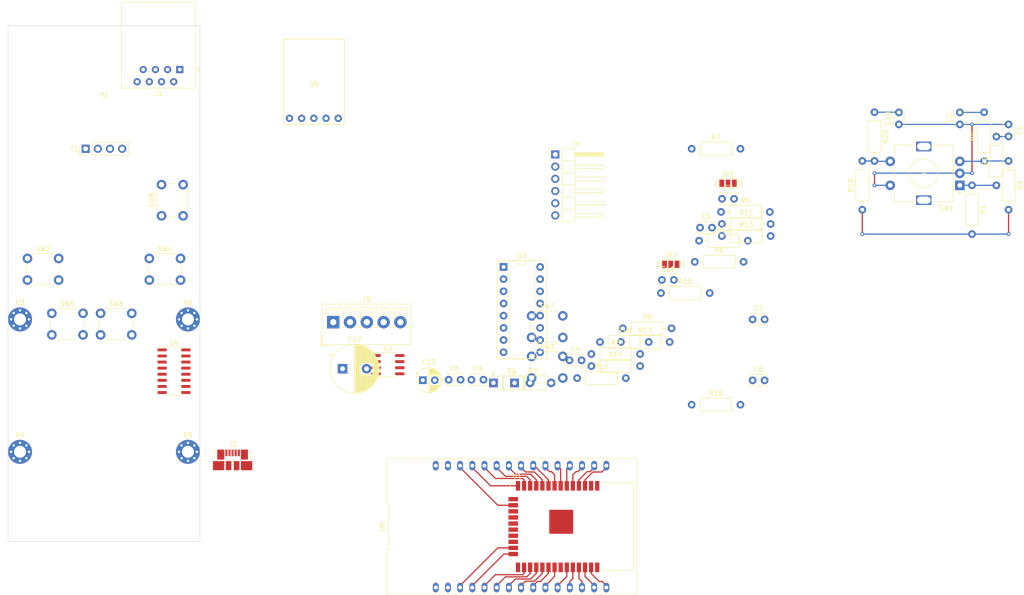
<source format=kicad_pcb>
(kicad_pcb (version 20171130) (host pcbnew "(5.1.2)-1")
  (layers (0 F.Cu signal) (31 B.Cu signal) (34 B.Paste user) (35 F.Paste user) (36 B.SilkS user) (37 F.SilkS user) (38 B.Mask user) (39 F.Mask user) (44 Edge.Cuts user))
  (net 0 "")
  (net 1 GND)
  (net 2 /Encoder_A)
  (net 3 /EncoderB)
  (net 4 /F0)
  (net 5 /F1)
  (net 6 /F2)
  (net 7 /F3)
  (net 8 /F4)
  (net 9 /Shift)
  (net 10 /Stop)
  (net 11 /Encoder_Button)
  (net 12 /EN)
  (net 13 VCC)
  (net 14 /VinCommon)
  (net 15 /VinCAN)
  (net 16 /VinUsb)
  (net 17 /CANH)
  (net 18 /CANL)
  (net 19 "Net-(J2-Pad1)")
  (net 20 "Net-(J2-Pad2)")
  (net 21 /I2C_SDA)
  (net 22 /I2C_SCL)
  (net 23 /USB-)
  (net 24 /USB+)
  (net 25 /S88_DATA)
  (net 26 /S88_CLOCK)
  (net 27 /S88_PS)
  (net 28 /S88_RESET)
  (net 29 "Net-(R1-Pad1)")
  (net 30 "Net-(R3-Pad1)")
  (net 31 "Net-(R5-Pad1)")
  (net 32 "Net-(R7-Pad1)")
  (net 33 "Net-(R10-Pad1)")
  (net 34 "Net-(R11-Pad1)")
  (net 35 "Net-(R13-Pad1)")
  (net 36 "Net-(R15-Pad1)")
  (net 37 "Net-(R17-Pad1)")
  (net 38 "Net-(R19-Pad2)")
  (net 39 /S88_CLOCK_UC)
  (net 40 /S88_PS_UC)
  (net 41 /S88_RESET_UC)
  (net 42 /GPIO0)
  (net 43 /CANRx)
  (net 44 /CANTx)
  (net 45 /BOARD_RX0)
  (net 46 /BOARD_TX0)
  (net 47 /VP)
  (net 48 /VN)
  (net 49 /IO25)
  (net 50 /IO2)
  (net 51 /IO23)
  (module MountingHole:MountingHole_3.2mm_M3 (layer F.Cu) (at 35 33.5)
    (fp_text reference H1 (at 0 -4.2) (layer F.SilkS))
    (fp_text value "Case Screw")
    (pad 1 np_thru_hole circle (at 0 0) (size 3.2 3.2) (drill 3.2) (layers *.Cu *.Mask))
  )
  (module MountingHole:MountingHole_2.5mm_Pad_Via (layer F.Cu) (at 17.5 76.2)
    (fp_text reference H3 (at 0 -3.5) (layer F.SilkS))
    (fp_text value "PCB Screw")
    (pad 1 thru_hole circle (at 1.325825 -1.325825) (size 0.8 0.8) (drill 0.5) (layers *.Cu *.Mask) (net 1 GND))
    (pad 1 thru_hole circle (at 0 -1.875) (size 0.8 0.8) (drill 0.5) (layers *.Cu *.Mask) (net 1 GND))
    (pad 1 thru_hole circle (at -1.325825 -1.325825) (size 0.8 0.8) (drill 0.5) (layers *.Cu *.Mask) (net 1 GND))
    (pad 1 thru_hole circle (at -1.875 0) (size 0.8 0.8) (drill 0.5) (layers *.Cu *.Mask) (net 1 GND))
    (pad 1 thru_hole circle (at -1.325825 1.325825) (size 0.8 0.8) (drill 0.5) (layers *.Cu *.Mask) (net 1 GND))
    (pad 1 thru_hole circle (at 0 1.875) (size 0.8 0.8) (drill 0.5) (layers *.Cu *.Mask) (net 1 GND))
    (pad 1 thru_hole circle (at 1.325825 1.325825) (size 0.8 0.8) (drill 0.5) (layers *.Cu *.Mask) (net 1 GND))
    (pad 1 thru_hole circle (at 1.875 0) (size 0.8 0.8) (drill 0.5) (layers *.Cu *.Mask) (net 1 GND))
    (pad 1 thru_hole circle (at 0 0) (size 5 5) (drill 2.5) (layers *.Cu *.Mask) (net 1 GND))
  )
  (module MountingHole:MountingHole_2.5mm_Pad_Via (layer F.Cu) (at 17.5 103.8)
    (fp_text reference H4 (at 0 -3.5) (layer F.SilkS))
    (fp_text value "PCB Screw")
    (pad 1 thru_hole circle (at 0 0) (size 5 5) (drill 2.5) (layers *.Cu *.Mask) (net 1 GND))
    (pad 1 thru_hole circle (at 1.875 0) (size 0.8 0.8) (drill 0.5) (layers *.Cu *.Mask) (net 1 GND))
    (pad 1 thru_hole circle (at 1.325825 1.325825) (size 0.8 0.8) (drill 0.5) (layers *.Cu *.Mask) (net 1 GND))
    (pad 1 thru_hole circle (at 0 1.875) (size 0.8 0.8) (drill 0.5) (layers *.Cu *.Mask) (net 1 GND))
    (pad 1 thru_hole circle (at -1.325825 1.325825) (size 0.8 0.8) (drill 0.5) (layers *.Cu *.Mask) (net 1 GND))
    (pad 1 thru_hole circle (at -1.875 0) (size 0.8 0.8) (drill 0.5) (layers *.Cu *.Mask) (net 1 GND))
    (pad 1 thru_hole circle (at -1.325825 -1.325825) (size 0.8 0.8) (drill 0.5) (layers *.Cu *.Mask) (net 1 GND))
    (pad 1 thru_hole circle (at 0 -1.875) (size 0.8 0.8) (drill 0.5) (layers *.Cu *.Mask) (net 1 GND))
    (pad 1 thru_hole circle (at 1.325825 -1.325825) (size 0.8 0.8) (drill 0.5) (layers *.Cu *.Mask) (net 1 GND))
  )
  (module MountingHole:MountingHole_2.5mm_Pad_Via (layer F.Cu) (at 52.5 103.8)
    (fp_text reference H5 (at 0 -3.5) (layer F.SilkS))
    (fp_text value "PCB Screw")
    (pad 1 thru_hole circle (at 1.325825 -1.325825) (size 0.8 0.8) (drill 0.5) (layers *.Cu *.Mask) (net 1 GND))
    (pad 1 thru_hole circle (at 0 -1.875) (size 0.8 0.8) (drill 0.5) (layers *.Cu *.Mask) (net 1 GND))
    (pad 1 thru_hole circle (at -1.325825 -1.325825) (size 0.8 0.8) (drill 0.5) (layers *.Cu *.Mask) (net 1 GND))
    (pad 1 thru_hole circle (at -1.875 0) (size 0.8 0.8) (drill 0.5) (layers *.Cu *.Mask) (net 1 GND))
    (pad 1 thru_hole circle (at -1.325825 1.325825) (size 0.8 0.8) (drill 0.5) (layers *.Cu *.Mask) (net 1 GND))
    (pad 1 thru_hole circle (at 0 1.875) (size 0.8 0.8) (drill 0.5) (layers *.Cu *.Mask) (net 1 GND))
    (pad 1 thru_hole circle (at 1.325825 1.325825) (size 0.8 0.8) (drill 0.5) (layers *.Cu *.Mask) (net 1 GND))
    (pad 1 thru_hole circle (at 1.875 0) (size 0.8 0.8) (drill 0.5) (layers *.Cu *.Mask) (net 1 GND))
    (pad 1 thru_hole circle (at 0 0) (size 5 5) (drill 2.5) (layers *.Cu *.Mask) (net 1 GND))
  )
  (module MountingHole:MountingHole_2.5mm_Pad_Via (layer F.Cu) (at 52.5 76.2)
    (fp_text reference H6 (at 0 -3.5) (layer F.SilkS))
    (fp_text value "PCB Screw")
    (pad 1 thru_hole circle (at 0 0) (size 5 5) (drill 2.5) (layers *.Cu *.Mask) (net 1 GND))
    (pad 1 thru_hole circle (at 1.875 0) (size 0.8 0.8) (drill 0.5) (layers *.Cu *.Mask) (net 1 GND))
    (pad 1 thru_hole circle (at 1.325825 1.325825) (size 0.8 0.8) (drill 0.5) (layers *.Cu *.Mask) (net 1 GND))
    (pad 1 thru_hole circle (at 0 1.875) (size 0.8 0.8) (drill 0.5) (layers *.Cu *.Mask) (net 1 GND))
    (pad 1 thru_hole circle (at -1.325825 1.325825) (size 0.8 0.8) (drill 0.5) (layers *.Cu *.Mask) (net 1 GND))
    (pad 1 thru_hole circle (at -1.875 0) (size 0.8 0.8) (drill 0.5) (layers *.Cu *.Mask) (net 1 GND))
    (pad 1 thru_hole circle (at -1.325825 -1.325825) (size 0.8 0.8) (drill 0.5) (layers *.Cu *.Mask) (net 1 GND))
    (pad 1 thru_hole circle (at 0 -1.875) (size 0.8 0.8) (drill 0.5) (layers *.Cu *.Mask) (net 1 GND))
    (pad 1 thru_hole circle (at 1.325825 -1.325825) (size 0.8 0.8) (drill 0.5) (layers *.Cu *.Mask) (net 1 GND))
  )
  (module Connector_RJ:RJ45_Amphenol_54602-x08_Horizontal (layer F.Cu) (at 50.8 24.13 180)
    (fp_text reference J1 (at 4.445 -5) (layer F.SilkS))
    (fp_text value 8P8C)
    (pad "" np_thru_hole circle (at 10.16 6.35 180) (size 3.2 3.2) (drill 3.2) (layers *.Cu *.Mask))
    (pad "" np_thru_hole circle (at -1.27 6.35 180) (size 3.2 3.2) (drill 3.2) (layers *.Cu *.Mask))
    (pad 1 thru_hole rect (at 0 0 180) (size 1.5 1.5) (drill 0.76) (layers *.Cu *.Mask) (net 17 /CANH))
    (pad 2 thru_hole circle (at 1.27 -2.54 180) (size 1.5 1.5) (drill 0.76) (layers *.Cu *.Mask) (net 18 /CANL))
    (pad 3 thru_hole circle (at 2.54 0 180) (size 1.5 1.5) (drill 0.76) (layers *.Cu *.Mask) (net 15 /VinCAN))
    (pad 4 thru_hole circle (at 3.81 -2.54 180) (size 1.5 1.5) (drill 0.76) (layers *.Cu *.Mask) (net 15 /VinCAN))
    (pad 5 thru_hole circle (at 5.08 0 180) (size 1.5 1.5) (drill 0.76) (layers *.Cu *.Mask) (net 1 GND))
    (pad 6 thru_hole circle (at 6.35 -2.54 180) (size 1.5 1.5) (drill 0.76) (layers *.Cu *.Mask) (net 1 GND))
    (pad 7 thru_hole circle (at 7.62 0 180) (size 1.5 1.5) (drill 0.76) (layers *.Cu *.Mask))
    (pad 8 thru_hole circle (at 8.89 -2.54 180) (size 1.5 1.5) (drill 0.76) (layers *.Cu *.Mask))
  )
  (module Connector_PinHeader_2.54mm:PinHeader_1x04_P2.54mm_Vertical (layer F.Cu) (at 31.17 40.64 90)
    (fp_text reference J2 (at 0 -2.33 90) (layer F.SilkS))
    (fp_text value "LCD Header")
    (pad 1 thru_hole rect (at 0 0 90) (size 1.7 1.7) (drill 1) (layers *.Cu *.Mask) (net 19 "Net-(J2-Pad1)"))
    (pad 2 thru_hole oval (at 0 2.54 90) (size 1.7 1.7) (drill 1) (layers *.Cu *.Mask) (net 20 "Net-(J2-Pad2)"))
    (pad 3 thru_hole oval (at 0 5.08 90) (size 1.7 1.7) (drill 1) (layers *.Cu *.Mask) (net 21 /I2C_SDA))
    (pad 4 thru_hole oval (at 0 7.62 90) (size 1.7 1.7) (drill 1) (layers *.Cu *.Mask) (net 22 /I2C_SCL))
  )
  (module Connector_USB:USB_Micro-B_Molex_47346-0001 (layer F.Cu) (at 61.8 105.48)
    (fp_text reference J3 (at 0 -3.3 180) (layer F.SilkS))
    (fp_text value USB_B_Micro)
    (pad 1 smd rect (at -1.3 -1.46) (size 0.45 1.38) (layers F.Cu F.Paste F.Mask) (net 16 /VinUsb))
    (pad 2 smd rect (at -0.65 -1.46) (size 0.45 1.38) (layers F.Cu F.Paste F.Mask) (net 23 /USB-))
    (pad 3 smd rect (at 0 -1.46) (size 0.45 1.38) (layers F.Cu F.Paste F.Mask) (net 24 /USB+))
    (pad 4 smd rect (at 0.65 -1.46) (size 0.45 1.38) (layers F.Cu F.Paste F.Mask))
    (pad 5 smd rect (at 1.3 -1.46) (size 0.45 1.38) (layers F.Cu F.Paste F.Mask) (net 1 GND))
    (pad 6 smd rect (at -2.4625 -1.1) (size 1.475 2.1) (layers F.Cu F.Paste F.Mask) (net 1 GND))
    (pad 6 smd rect (at 2.4625 -1.1) (size 1.475 2.1) (layers F.Cu F.Paste F.Mask) (net 1 GND))
    (pad 6 smd rect (at -2.91 1.2) (size 2.375 1.9) (layers F.Cu F.Paste F.Mask) (net 1 GND))
    (pad 6 smd rect (at 2.91 1.2) (size 2.375 1.9) (layers F.Cu F.Paste F.Mask) (net 1 GND))
    (pad 6 smd rect (at -0.84 1.2) (size 1.175 1.9) (layers F.Cu F.Paste F.Mask) (net 1 GND))
    (pad 6 smd rect (at 0.84 1.2) (size 1.175 1.9) (layers F.Cu F.Paste F.Mask) (net 1 GND))
  )
  (module Connector_PinHeader_2.54mm:PinHeader_1x06_P2.54mm_Horizontal (layer F.Cu) (at 129.055001 41.825001)
    (fp_text reference J4 (at 4.385 -2.27) (layer F.SilkS))
    (fp_text value S88)
    (pad 1 thru_hole rect (at 0 0) (size 1.7 1.7) (drill 1) (layers *.Cu *.Mask) (net 25 /S88_DATA))
    (pad 2 thru_hole oval (at 0 2.54) (size 1.7 1.7) (drill 1) (layers *.Cu *.Mask) (net 1 GND))
    (pad 3 thru_hole oval (at 0 5.08) (size 1.7 1.7) (drill 1) (layers *.Cu *.Mask) (net 26 /S88_CLOCK))
    (pad 4 thru_hole oval (at 0 7.62) (size 1.7 1.7) (drill 1) (layers *.Cu *.Mask) (net 27 /S88_PS))
    (pad 5 thru_hole oval (at 0 10.16) (size 1.7 1.7) (drill 1) (layers *.Cu *.Mask) (net 28 /S88_RESET))
    (pad 6 thru_hole oval (at 0 12.7) (size 1.7 1.7) (drill 1) (layers *.Cu *.Mask) (net 13 VCC))
  )
  (module TerminalBlock_4Ucon:TerminalBlock_4Ucon_1x05_P3.50mm_Vertical (layer F.Cu) (at 82.775001 76.775001)
    (fp_text reference J5 (at 7 -4.76) (layer F.SilkS))
    (fp_text value Screw_Terminal_01x05)
    (pad 1 thru_hole rect (at 0 0) (size 2.6 2.6) (drill 1.3) (layers *.Cu *.Mask) (net 13 VCC))
    (pad 2 thru_hole circle (at 3.5 0) (size 2.6 2.6) (drill 1.3) (layers *.Cu *.Mask) (net 1 GND))
    (pad 3 thru_hole circle (at 7 0) (size 2.6 2.6) (drill 1.3) (layers *.Cu *.Mask) (net 15 /VinCAN))
    (pad 4 thru_hole circle (at 10.5 0) (size 2.6 2.6) (drill 1.3) (layers *.Cu *.Mask) (net 18 /CANL))
    (pad 5 thru_hole circle (at 14 0) (size 2.6 2.6) (drill 1.3) (layers *.Cu *.Mask) (net 17 /CANH))
  )
  (module Jumper:SolderJumper-3_P1.3mm_Open_Pad1.0x1.5mm_NumberLabels (layer F.Cu) (at 165.055001 47.825001)
    (fp_text reference JP1 (at 0 -1.8) (layer F.SilkS))
    (fp_text value PIN1)
    (fp_text user 1 (at -2.6 0) (layer F.SilkS))
    (fp_text user 3 (at 2.6 0) (layer F.SilkS))
    (pad 1 smd rect (at -1.3 0) (size 1 1.5) (layers F.Cu F.Mask) (net 13 VCC))
    (pad 2 smd rect (at 0 0) (size 1 1.5) (layers F.Cu F.Mask) (net 19 "Net-(J2-Pad1)"))
    (pad 3 smd rect (at 1.3 0) (size 1 1.5) (layers F.Cu F.Mask) (net 1 GND))
  )
  (module Jumper:SolderJumper-3_P1.3mm_Open_Pad1.0x1.5mm_NumberLabels (layer F.Cu) (at 153.125001 64.725001)
    (fp_text reference JP2 (at 0 -1.8) (layer F.SilkS))
    (fp_text value PIN2)
    (fp_text user 3 (at 2.6 0) (layer F.SilkS))
    (fp_text user 1 (at -2.6 0) (layer F.SilkS))
    (pad 3 smd rect (at 1.3 0) (size 1 1.5) (layers F.Cu F.Mask) (net 1 GND))
    (pad 2 smd rect (at 0 0) (size 1 1.5) (layers F.Cu F.Mask) (net 20 "Net-(J2-Pad2)"))
    (pad 1 smd rect (at -1.3 0) (size 1 1.5) (layers F.Cu F.Mask) (net 13 VCC))
  )
  (module Rotary_Encoder:RotaryEncoder_Alps_EC11E-Switch_Vertical_H20mm (layer F.Cu) (at 213.36 48.26 180)
    (fp_text reference SW1 (at 2.8 -4.7) (layer F.SilkS))
    (fp_text value Rotary_Encoder_Switch)
    (pad S1 thru_hole circle (at 14.5 5 180) (size 2 2) (drill 1) (layers *.Cu *.Mask) (net 38 "Net-(R19-Pad2)"))
    (pad S2 thru_hole circle (at 14.5 0 180) (size 2 2) (drill 1) (layers *.Cu *.Mask) (net 1 GND))
    (pad MP thru_hole rect (at 7.5 8.1 180) (size 3.2 2) (drill oval 2.8 1.5) (layers *.Cu *.Mask))
    (pad MP thru_hole rect (at 7.5 -3.1 180) (size 3.2 2) (drill oval 2.8 1.5) (layers *.Cu *.Mask))
    (pad B thru_hole circle (at 0 5 180) (size 2 2) (drill 1) (layers *.Cu *.Mask) (net 30 "Net-(R3-Pad1)"))
    (pad C thru_hole circle (at 0 2.5 180) (size 2 2) (drill 1) (layers *.Cu *.Mask) (net 1 GND))
    (pad A thru_hole rect (at 0 0 180) (size 2 2) (drill 1) (layers *.Cu *.Mask) (net 29 "Net-(R1-Pad1)"))
  )
  (module RF_Module:ESP32-WROOM-32 (layer F.Cu) (at 129.54 119.38 270)
    (fp_text reference U1 (at -10.61 8.43) (layer F.SilkS))
    (fp_text value ESP32-WROOM-32)
    (pad 39 smd rect (at -1 -0.755 270) (size 5 5) (layers F.Cu F.Paste F.Mask))
    (pad 1 smd rect (at -8.5 -8.255 270) (size 2 0.9) (layers F.Cu F.Paste F.Mask) (net 1 GND))
    (pad 2 smd rect (at -8.5 -6.985 270) (size 2 0.9) (layers F.Cu F.Paste F.Mask) (net 13 VCC))
    (pad 3 smd rect (at -8.5 -5.715 270) (size 2 0.9) (layers F.Cu F.Paste F.Mask) (net 12 /EN))
    (pad 4 smd rect (at -8.5 -4.445 270) (size 2 0.9) (layers F.Cu F.Paste F.Mask) (net 47 /VP))
    (pad 5 smd rect (at -8.5 -3.175 270) (size 2 0.9) (layers F.Cu F.Paste F.Mask) (net 48 /VN))
    (pad 6 smd rect (at -8.5 -1.905 270) (size 2 0.9) (layers F.Cu F.Paste F.Mask) (net 25 /S88_DATA))
    (pad 7 smd rect (at -8.5 -0.635 270) (size 2 0.9) (layers F.Cu F.Paste F.Mask) (net 39 /S88_CLOCK_UC))
    (pad 8 smd rect (at -8.5 0.635 270) (size 2 0.9) (layers F.Cu F.Paste F.Mask) (net 40 /S88_PS_UC))
    (pad 9 smd rect (at -8.5 1.905 270) (size 2 0.9) (layers F.Cu F.Paste F.Mask) (net 41 /S88_RESET_UC))
    (pad 10 smd rect (at -8.5 3.175 270) (size 2 0.9) (layers F.Cu F.Paste F.Mask) (net 49 /IO25))
    (pad 11 smd rect (at -8.5 4.445 270) (size 2 0.9) (layers F.Cu F.Paste F.Mask) (net 22 /I2C_SCL))
    (pad 12 smd rect (at -8.5 5.715 270) (size 2 0.9) (layers F.Cu F.Paste F.Mask) (net 21 /I2C_SDA))
    (pad 13 smd rect (at -8.5 6.985 270) (size 2 0.9) (layers F.Cu F.Paste F.Mask) (net 7 /F3))
    (pad 14 smd rect (at -8.5 8.255 270) (size 2 0.9) (layers F.Cu F.Paste F.Mask) (net 4 /F0))
    (pad 15 smd rect (at -5.715 9.255) (size 2 0.9) (layers F.Cu F.Paste F.Mask) (net 1 GND))
    (pad 16 smd rect (at -4.445 9.255) (size 2 0.9) (layers F.Cu F.Paste F.Mask) (net 5 /F1))
    (pad 17 smd rect (at -3.175 9.255) (size 2 0.9) (layers F.Cu F.Paste F.Mask))
    (pad 18 smd rect (at -1.905 9.255) (size 2 0.9) (layers F.Cu F.Paste F.Mask))
    (pad 19 smd rect (at -0.635 9.255) (size 2 0.9) (layers F.Cu F.Paste F.Mask))
    (pad 20 smd rect (at 0.635 9.255) (size 2 0.9) (layers F.Cu F.Paste F.Mask))
    (pad 21 smd rect (at 1.905 9.255) (size 2 0.9) (layers F.Cu F.Paste F.Mask))
    (pad 22 smd rect (at 3.175 9.255) (size 2 0.9) (layers F.Cu F.Paste F.Mask))
    (pad 23 smd rect (at 4.445 9.255) (size 2 0.9) (layers F.Cu F.Paste F.Mask) (net 6 /F2))
    (pad 24 smd rect (at 5.715 9.255) (size 2 0.9) (layers F.Cu F.Paste F.Mask) (net 50 /IO2))
    (pad 25 smd rect (at 8.5 8.255 270) (size 2 0.9) (layers F.Cu F.Paste F.Mask) (net 42 /GPIO0))
    (pad 26 smd rect (at 8.5 6.985 270) (size 2 0.9) (layers F.Cu F.Paste F.Mask) (net 43 /CANRx))
    (pad 27 smd rect (at 8.5 5.715 270) (size 2 0.9) (layers F.Cu F.Paste F.Mask) (net 9 /Shift))
    (pad 28 smd rect (at 8.5 4.445 270) (size 2 0.9) (layers F.Cu F.Paste F.Mask) (net 8 /F4))
    (pad 29 smd rect (at 8.5 3.175 270) (size 2 0.9) (layers F.Cu F.Paste F.Mask) (net 44 /CANTx))
    (pad 30 smd rect (at 8.5 1.905 270) (size 2 0.9) (layers F.Cu F.Paste F.Mask) (net 10 /Stop))
    (pad 31 smd rect (at 8.5 0.635 270) (size 2 0.9) (layers F.Cu F.Paste F.Mask) (net 2 /Encoder_A))
    (pad 32 smd rect (at 8.5 -0.635 270) (size 2 0.9) (layers F.Cu F.Paste F.Mask))
    (pad 33 smd rect (at 8.5 -1.905 270) (size 2 0.9) (layers F.Cu F.Paste F.Mask) (net 3 /EncoderB))
    (pad 34 smd rect (at 8.5 -3.175 270) (size 2 0.9) (layers F.Cu F.Paste F.Mask) (net 45 /BOARD_RX0))
    (pad 35 smd rect (at 8.5 -4.445 270) (size 2 0.9) (layers F.Cu F.Paste F.Mask) (net 46 /BOARD_TX0))
    (pad 36 smd rect (at 8.5 -5.715 270) (size 2 0.9) (layers F.Cu F.Paste F.Mask) (net 11 /Encoder_Button))
    (pad 37 smd rect (at 8.5 -6.985 270) (size 2 0.9) (layers F.Cu F.Paste F.Mask) (net 51 /IO23))
    (pad 38 smd rect (at 8.5 -8.255 270) (size 2 0.9) (layers F.Cu F.Paste F.Mask) (net 1 GND))
  )
  (module Package_SO:SOIC-8_3.9x4.9mm_P1.27mm (layer F.Cu) (at 94.175001 85.635001)
    (fp_text reference U2 (at 0 -3.4) (layer F.SilkS))
    (fp_text value TJA1051T)
    (pad 1 smd roundrect (at -2.475 -1.905) (size 1.95 0.6) (layers F.Cu F.Paste F.Mask) (net 44 /CANTx))
    (pad 2 smd roundrect (at -2.475 -0.635) (size 1.95 0.6) (layers F.Cu F.Paste F.Mask) (net 1 GND))
    (pad 3 smd roundrect (at -2.475 0.635) (size 1.95 0.6) (layers F.Cu F.Paste F.Mask) (net 13 VCC))
    (pad 4 smd roundrect (at -2.475 1.905) (size 1.95 0.6) (layers F.Cu F.Paste F.Mask) (net 43 /CANRx))
    (pad 5 smd roundrect (at 2.475 1.905) (size 1.95 0.6) (layers F.Cu F.Paste F.Mask))
    (pad 6 smd roundrect (at 2.475 0.635) (size 1.95 0.6) (layers F.Cu F.Paste F.Mask) (net 18 /CANL))
    (pad 7 smd roundrect (at 2.475 -0.635) (size 1.95 0.6) (layers F.Cu F.Paste F.Mask) (net 17 /CANH))
    (pad 8 smd roundrect (at 2.475 -1.905) (size 1.95 0.6) (layers F.Cu F.Paste F.Mask))
  )
  (module Package_SO:SOIC-16_3.9x9.9mm_P1.27mm (layer F.Cu) (at 49.595 86.995)
    (fp_text reference U4 (at 0 -5.9) (layer F.SilkS))
    (fp_text value CH340C)
    (pad 1 smd roundrect (at -2.475 -4.445) (size 1.95 0.6) (layers F.Cu F.Paste F.Mask) (net 1 GND))
    (pad 2 smd roundrect (at -2.475 -3.175) (size 1.95 0.6) (layers F.Cu F.Paste F.Mask) (net 45 /BOARD_RX0))
    (pad 3 smd roundrect (at -2.475 -1.905) (size 1.95 0.6) (layers F.Cu F.Paste F.Mask) (net 46 /BOARD_TX0))
    (pad 4 smd roundrect (at -2.475 -0.635) (size 1.95 0.6) (layers F.Cu F.Paste F.Mask) (net 13 VCC))
    (pad 5 smd roundrect (at -2.475 0.635) (size 1.95 0.6) (layers F.Cu F.Paste F.Mask) (net 24 /USB+))
    (pad 6 smd roundrect (at -2.475 1.905) (size 1.95 0.6) (layers F.Cu F.Paste F.Mask) (net 23 /USB-))
    (pad 7 smd roundrect (at -2.475 3.175) (size 1.95 0.6) (layers F.Cu F.Paste F.Mask))
    (pad 8 smd roundrect (at -2.475 4.445) (size 1.95 0.6) (layers F.Cu F.Paste F.Mask))
    (pad 9 smd roundrect (at 2.475 4.445) (size 1.95 0.6) (layers F.Cu F.Paste F.Mask))
    (pad 10 smd roundrect (at 2.475 3.175) (size 1.95 0.6) (layers F.Cu F.Paste F.Mask))
    (pad 11 smd roundrect (at 2.475 1.905) (size 1.95 0.6) (layers F.Cu F.Paste F.Mask))
    (pad 12 smd roundrect (at 2.475 0.635) (size 1.95 0.6) (layers F.Cu F.Paste F.Mask))
    (pad 13 smd roundrect (at 2.475 -0.635) (size 1.95 0.6) (layers F.Cu F.Paste F.Mask) (net 42 /GPIO0))
    (pad 14 smd roundrect (at 2.475 -1.905) (size 1.95 0.6) (layers F.Cu F.Paste F.Mask) (net 12 /EN))
    (pad 15 smd roundrect (at 2.475 -3.175) (size 1.95 0.6) (layers F.Cu F.Paste F.Mask))
    (pad 16 smd roundrect (at 2.475 -4.445) (size 1.95 0.6) (layers F.Cu F.Paste F.Mask) (net 13 VCC))
  )
  (module Capacitor_THT:C_Disc_D3.4mm_W2.1mm_P2.50mm (layer F.Cu) (at 223.52 35.56 270)
    (fp_text reference C1 (at 1.25 -2.3 90) (layer F.SilkS))
    (fp_text value 10n)
    (pad 1 thru_hole circle (at 0 0 270) (size 1.6 1.6) (drill 0.8) (layers *.Cu *.Mask) (net 1 GND))
    (pad 2 thru_hole circle (at 2.5 0 270) (size 1.6 1.6) (drill 0.8) (layers *.Cu *.Mask) (net 2 /Encoder_A))
  )
  (module Capacitor_THT:C_Disc_D3.4mm_W2.1mm_P2.50mm (layer F.Cu) (at 213.36 35.56 90)
    (fp_text reference C2 (at 1.25 -2.3 90) (layer F.SilkS))
    (fp_text value 10n)
    (pad 2 thru_hole circle (at 2.5 0 90) (size 1.6 1.6) (drill 0.8) (layers *.Cu *.Mask) (net 3 /EncoderB))
    (pad 1 thru_hole circle (at 0 0 90) (size 1.6 1.6) (drill 0.8) (layers *.Cu *.Mask) (net 1 GND))
  )
  (module Capacitor_THT:C_Disc_D3.4mm_W2.1mm_P2.50mm (layer F.Cu) (at 170.18 76.2)
    (fp_text reference C3 (at 1.25 -2.3) (layer F.SilkS))
    (fp_text value 10n)
    (pad 1 thru_hole circle (at 0 0) (size 1.6 1.6) (drill 0.8) (layers *.Cu *.Mask) (net 1 GND))
    (pad 2 thru_hole circle (at 2.5 0) (size 1.6 1.6) (drill 0.8) (layers *.Cu *.Mask) (net 4 /F0))
  )
  (module Capacitor_THT:C_Disc_D3.4mm_W2.1mm_P2.50mm (layer F.Cu) (at 132.025001 84.725001)
    (fp_text reference C4 (at 1.25 -2.3) (layer F.SilkS))
    (fp_text value 10n)
    (pad 2 thru_hole circle (at 2.5 0) (size 1.6 1.6) (drill 0.8) (layers *.Cu *.Mask) (net 5 /F1))
    (pad 1 thru_hole circle (at 0 0) (size 1.6 1.6) (drill 0.8) (layers *.Cu *.Mask) (net 1 GND))
  )
  (module Capacitor_THT:C_Disc_D3.4mm_W2.1mm_P2.50mm (layer F.Cu) (at 159.225001 57.075001)
    (fp_text reference C5 (at 1.25 -2.3) (layer F.SilkS))
    (fp_text value 10n)
    (pad 2 thru_hole circle (at 2.5 0) (size 1.6 1.6) (drill 0.8) (layers *.Cu *.Mask) (net 6 /F2))
    (pad 1 thru_hole circle (at 0 0) (size 1.6 1.6) (drill 0.8) (layers *.Cu *.Mask) (net 1 GND))
  )
  (module Capacitor_THT:C_Disc_D3.4mm_W2.1mm_P2.50mm (layer F.Cu) (at 170.18 88.9)
    (fp_text reference C6 (at 1.25 -2.3) (layer F.SilkS))
    (fp_text value 10n)
    (pad 1 thru_hole circle (at 0 0) (size 1.6 1.6) (drill 0.8) (layers *.Cu *.Mask) (net 1 GND))
    (pad 2 thru_hole circle (at 2.5 0) (size 1.6 1.6) (drill 0.8) (layers *.Cu *.Mask) (net 7 /F3))
  )
  (module Capacitor_THT:C_Disc_D3.4mm_W2.1mm_P2.50mm (layer F.Cu) (at 163.805001 51.075001)
    (fp_text reference C7 (at 1.25 -2.3) (layer F.SilkS))
    (fp_text value 10n)
    (pad 2 thru_hole circle (at 2.5 0) (size 1.6 1.6) (drill 0.8) (layers *.Cu *.Mask) (net 8 /F4))
    (pad 1 thru_hole circle (at 0 0) (size 1.6 1.6) (drill 0.8) (layers *.Cu *.Mask) (net 1 GND))
  )
  (module Capacitor_THT:C_Disc_D3.4mm_W2.1mm_P2.50mm (layer F.Cu) (at 106.825001 88.775001)
    (fp_text reference C8 (at 1.25 -2.3) (layer F.SilkS))
    (fp_text value 10n)
    (pad 1 thru_hole circle (at 0 0) (size 1.6 1.6) (drill 0.8) (layers *.Cu *.Mask) (net 1 GND))
    (pad 2 thru_hole circle (at 2.5 0) (size 1.6 1.6) (drill 0.8) (layers *.Cu *.Mask) (net 9 /Shift))
  )
  (module Capacitor_THT:C_Disc_D3.4mm_W2.1mm_P2.50mm (layer F.Cu) (at 111.575001 88.775001)
    (fp_text reference C9 (at 1.25 -2.3) (layer F.SilkS))
    (fp_text value 10n)
    (pad 2 thru_hole circle (at 2.5 0) (size 1.6 1.6) (drill 0.8) (layers *.Cu *.Mask) (net 10 /Stop))
    (pad 1 thru_hole circle (at 0 0) (size 1.6 1.6) (drill 0.8) (layers *.Cu *.Mask) (net 1 GND))
  )
  (module Capacitor_THT:C_Disc_D3.4mm_W2.1mm_P2.50mm (layer F.Cu) (at 200.66 35.56 90)
    (fp_text reference C10 (at 1.25 -2.3 90) (layer F.SilkS))
    (fp_text value 10n)
    (pad 1 thru_hole circle (at 0 0 90) (size 1.6 1.6) (drill 0.8) (layers *.Cu *.Mask) (net 1 GND))
    (pad 2 thru_hole circle (at 2.5 0 90) (size 1.6 1.6) (drill 0.8) (layers *.Cu *.Mask) (net 11 /Encoder_Button))
  )
  (module Capacitor_THT:C_Disc_D3.4mm_W2.1mm_P2.50mm (layer F.Cu) (at 151.275001 67.975001)
    (fp_text reference C11 (at 1.25 -2.3) (layer F.SilkS))
    (fp_text value 100n)
    (pad 1 thru_hole circle (at 0 0) (size 1.6 1.6) (drill 0.8) (layers *.Cu *.Mask) (net 12 /EN))
    (pad 2 thru_hole circle (at 2.5 0) (size 1.6 1.6) (drill 0.8) (layers *.Cu *.Mask) (net 1 GND))
  )
  (module Capacitor_THT:CP_Radial_D10.0mm_P5.00mm (layer F.Cu) (at 84.725001 86.485001)
    (fp_text reference C12 (at 2.5 -6.25) (layer F.SilkS))
    (fp_text value 470u)
    (pad 1 thru_hole rect (at 0 0) (size 2 2) (drill 1) (layers *.Cu *.Mask) (net 13 VCC))
    (pad 2 thru_hole circle (at 5 0) (size 2 2) (drill 1) (layers *.Cu *.Mask) (net 1 GND))
  )
  (module Capacitor_THT:CP_Radial_D5.0mm_P2.50mm (layer F.Cu) (at 101.445001 88.875001)
    (fp_text reference C13 (at 1.25 -3.75) (layer F.SilkS))
    (fp_text value 4u7)
    (pad 1 thru_hole rect (at 0 0) (size 1.6 1.6) (drill 0.8) (layers *.Cu *.Mask) (net 13 VCC))
    (pad 2 thru_hole circle (at 2.5 0) (size 1.6 1.6) (drill 0.8) (layers *.Cu *.Mask) (net 1 GND))
  )
  (module Diode_THT:D_A-405_P7.62mm_Horizontal (layer F.Cu) (at 116.170001 89.435001)
    (fp_text reference D1 (at 3.81 -2.47) (layer F.SilkS))
    (fp_text value D_Schottky)
    (fp_text user K (at 0 -1.9) (layer F.SilkS))
    (pad 1 thru_hole rect (at 0 0) (size 1.8 1.8) (drill 0.9) (layers *.Cu *.Mask) (net 14 /VinCommon))
    (pad 2 thru_hole oval (at 7.62 0) (size 1.8 1.8) (drill 0.9) (layers *.Cu *.Mask) (net 15 /VinCAN))
  )
  (module Diode_THT:D_A-405_P7.62mm_Horizontal (layer F.Cu) (at 120.560001 89.435001)
    (fp_text reference D2 (at 3.81 -2.47) (layer F.SilkS))
    (fp_text value D_Schottky)
    (fp_text user K (at 0 -1.9) (layer F.SilkS))
    (pad 2 thru_hole oval (at 7.62 0) (size 1.8 1.8) (drill 0.9) (layers *.Cu *.Mask) (net 16 /VinUsb))
    (pad 1 thru_hole rect (at 0 0) (size 1.8 1.8) (drill 0.9) (layers *.Cu *.Mask) (net 14 /VinCommon))
  )
  (module Resistor_THT:R_Axial_DIN0207_L6.3mm_D2.5mm_P10.16mm_Horizontal (layer F.Cu) (at 215.9 48.26 270)
    (fp_text reference R1 (at 5.08 -2.37 90) (layer F.SilkS))
    (fp_text value 10k)
    (pad 2 thru_hole oval (at 10.16 0 270) (size 1.6 1.6) (drill 0.8) (layers *.Cu *.Mask) (net 13 VCC))
    (pad 1 thru_hole circle (at 0 0 270) (size 1.6 1.6) (drill 0.8) (layers *.Cu *.Mask) (net 29 "Net-(R1-Pad1)"))
  )
  (module Resistor_THT:R_Axial_DIN0207_L6.3mm_D2.5mm_P10.16mm_Horizontal (layer F.Cu) (at 220.98 48.26 90)
    (fp_text reference R2 (at 5.08 -2.37 90) (layer F.SilkS))
    (fp_text value 10k)
    (pad 1 thru_hole circle (at 0 0 90) (size 1.6 1.6) (drill 0.8) (layers *.Cu *.Mask) (net 29 "Net-(R1-Pad1)"))
    (pad 2 thru_hole oval (at 10.16 0 90) (size 1.6 1.6) (drill 0.8) (layers *.Cu *.Mask) (net 2 /Encoder_A))
  )
  (module Resistor_THT:R_Axial_DIN0207_L6.3mm_D2.5mm_P10.16mm_Horizontal (layer F.Cu) (at 223.52 43.18 270)
    (fp_text reference R3 (at 5.08 -2.37 90) (layer F.SilkS))
    (fp_text value 10k)
    (pad 2 thru_hole oval (at 10.16 0 270) (size 1.6 1.6) (drill 0.8) (layers *.Cu *.Mask) (net 13 VCC))
    (pad 1 thru_hole circle (at 0 0 270) (size 1.6 1.6) (drill 0.8) (layers *.Cu *.Mask) (net 30 "Net-(R3-Pad1)"))
  )
  (module Resistor_THT:R_Axial_DIN0207_L6.3mm_D2.5mm_P10.16mm_Horizontal (layer F.Cu) (at 218.44 43.18 90)
    (fp_text reference R4 (at 5.08 -2.37 90) (layer F.SilkS))
    (fp_text value 10k)
    (pad 1 thru_hole circle (at 0 0 90) (size 1.6 1.6) (drill 0.8) (layers *.Cu *.Mask) (net 30 "Net-(R3-Pad1)"))
    (pad 2 thru_hole oval (at 10.16 0 90) (size 1.6 1.6) (drill 0.8) (layers *.Cu *.Mask) (net 3 /EncoderB))
  )
  (module Resistor_THT:R_Axial_DIN0207_L6.3mm_D2.5mm_P10.16mm_Horizontal (layer F.Cu) (at 163.605001 53.805001)
    (fp_text reference R5 (at 5.08 -2.37) (layer F.SilkS))
    (fp_text value 10k)
    (pad 2 thru_hole oval (at 10.16 0) (size 1.6 1.6) (drill 0.8) (layers *.Cu *.Mask) (net 13 VCC))
    (pad 1 thru_hole circle (at 0 0) (size 1.6 1.6) (drill 0.8) (layers *.Cu *.Mask) (net 31 "Net-(R5-Pad1)"))
  )
  (module Resistor_THT:R_Axial_DIN0207_L6.3mm_D2.5mm_P10.16mm_Horizontal (layer F.Cu) (at 158.125001 64.205001)
    (fp_text reference R6 (at 5.08 -2.37) (layer F.SilkS))
    (fp_text value 10k)
    (pad 1 thru_hole circle (at 0 0) (size 1.6 1.6) (drill 0.8) (layers *.Cu *.Mask) (net 31 "Net-(R5-Pad1)"))
    (pad 2 thru_hole oval (at 10.16 0) (size 1.6 1.6) (drill 0.8) (layers *.Cu *.Mask) (net 4 /F0))
  )
  (module Resistor_THT:R_Axial_DIN0207_L6.3mm_D2.5mm_P10.16mm_Horizontal (layer F.Cu) (at 157.48 40.64)
    (fp_text reference R7 (at 5.08 -2.37) (layer F.SilkS))
    (fp_text value 10k)
    (pad 2 thru_hole oval (at 10.16 0) (size 1.6 1.6) (drill 0.8) (layers *.Cu *.Mask) (net 13 VCC))
    (pad 1 thru_hole circle (at 0 0) (size 1.6 1.6) (drill 0.8) (layers *.Cu *.Mask) (net 32 "Net-(R7-Pad1)"))
  )
  (module Resistor_THT:R_Axial_DIN0207_L6.3mm_D2.5mm_P10.16mm_Horizontal (layer F.Cu) (at 136.575001 83.415001)
    (fp_text reference R8 (at 5.08 -2.37) (layer F.SilkS))
    (fp_text value 10k)
    (pad 1 thru_hole circle (at 0 0) (size 1.6 1.6) (drill 0.8) (layers *.Cu *.Mask) (net 32 "Net-(R7-Pad1)"))
    (pad 2 thru_hole oval (at 10.16 0) (size 1.6 1.6) (drill 0.8) (layers *.Cu *.Mask) (net 5 /F1))
  )
  (module Resistor_THT:R_Axial_DIN0207_L6.3mm_D2.5mm_P10.16mm_Horizontal (layer F.Cu) (at 143.125001 78.055001)
    (fp_text reference R9 (at 5.08 -2.37) (layer F.SilkS))
    (fp_text value 10k)
    (pad 1 thru_hole circle (at 0 0) (size 1.6 1.6) (drill 0.8) (layers *.Cu *.Mask) (net 33 "Net-(R10-Pad1)"))
    (pad 2 thru_hole oval (at 10.16 0) (size 1.6 1.6) (drill 0.8) (layers *.Cu *.Mask) (net 13 VCC))
  )
  (module Resistor_THT:R_Axial_DIN0207_L6.3mm_D2.5mm_P10.16mm_Horizontal (layer F.Cu) (at 151.075001 70.705001)
    (fp_text reference R10 (at 5.08 -2.37) (layer F.SilkS))
    (fp_text value 10k)
    (pad 2 thru_hole oval (at 10.16 0) (size 1.6 1.6) (drill 0.8) (layers *.Cu *.Mask) (net 6 /F2))
    (pad 1 thru_hole circle (at 0 0) (size 1.6 1.6) (drill 0.8) (layers *.Cu *.Mask) (net 33 "Net-(R10-Pad1)"))
  )
  (module Resistor_THT:R_Axial_DIN0207_L6.3mm_D2.5mm_P10.16mm_Horizontal (layer F.Cu) (at 163.775001 56.315001)
    (fp_text reference R11 (at 5.08 -2.37) (layer F.SilkS))
    (fp_text value 10k)
    (pad 2 thru_hole oval (at 10.16 0) (size 1.6 1.6) (drill 0.8) (layers *.Cu *.Mask) (net 13 VCC))
    (pad 1 thru_hole circle (at 0 0) (size 1.6 1.6) (drill 0.8) (layers *.Cu *.Mask) (net 34 "Net-(R11-Pad1)"))
  )
  (module Resistor_THT:R_Axial_DIN0207_L6.3mm_D2.5mm_P10.16mm_Horizontal (layer F.Cu) (at 159.025001 59.805001)
    (fp_text reference R12 (at 5.08 -2.37) (layer F.SilkS))
    (fp_text value 10k)
    (pad 1 thru_hole circle (at 0 0) (size 1.6 1.6) (drill 0.8) (layers *.Cu *.Mask) (net 34 "Net-(R11-Pad1)"))
    (pad 2 thru_hole oval (at 10.16 0) (size 1.6 1.6) (drill 0.8) (layers *.Cu *.Mask) (net 7 /F3))
  )
  (module Resistor_THT:R_Axial_DIN0207_L6.3mm_D2.5mm_P10.16mm_Horizontal (layer F.Cu) (at 163.775001 58.825001)
    (fp_text reference R13 (at 5.08 -2.37) (layer F.SilkS))
    (fp_text value 10k)
    (pad 2 thru_hole oval (at 10.16 0) (size 1.6 1.6) (drill 0.8) (layers *.Cu *.Mask) (net 13 VCC))
    (pad 1 thru_hole circle (at 0 0) (size 1.6 1.6) (drill 0.8) (layers *.Cu *.Mask) (net 35 "Net-(R13-Pad1)"))
  )
  (module Resistor_THT:R_Axial_DIN0207_L6.3mm_D2.5mm_P10.16mm_Horizontal (layer F.Cu) (at 136.575001 85.925001)
    (fp_text reference R14 (at 5.08 -2.37) (layer F.SilkS))
    (fp_text value 10k)
    (pad 1 thru_hole circle (at 0 0) (size 1.6 1.6) (drill 0.8) (layers *.Cu *.Mask) (net 35 "Net-(R13-Pad1)"))
    (pad 2 thru_hole oval (at 10.16 0) (size 1.6 1.6) (drill 0.8) (layers *.Cu *.Mask) (net 8 /F4))
  )
  (module Resistor_THT:R_Axial_DIN0207_L6.3mm_D2.5mm_P10.16mm_Horizontal (layer F.Cu) (at 133.605001 88.435001)
    (fp_text reference R15 (at 5.08 -2.37) (layer F.SilkS))
    (fp_text value 10k)
    (pad 1 thru_hole circle (at 0 0) (size 1.6 1.6) (drill 0.8) (layers *.Cu *.Mask) (net 36 "Net-(R15-Pad1)"))
    (pad 2 thru_hole oval (at 10.16 0) (size 1.6 1.6) (drill 0.8) (layers *.Cu *.Mask) (net 13 VCC))
  )
  (module Resistor_THT:R_Axial_DIN0207_L6.3mm_D2.5mm_P10.16mm_Horizontal (layer F.Cu) (at 157.48 93.98)
    (fp_text reference R16 (at 5.08 -2.37) (layer F.SilkS))
    (fp_text value 10k)
    (pad 2 thru_hole oval (at 10.16 0) (size 1.6 1.6) (drill 0.8) (layers *.Cu *.Mask) (net 9 /Shift))
    (pad 1 thru_hole circle (at 0 0) (size 1.6 1.6) (drill 0.8) (layers *.Cu *.Mask) (net 36 "Net-(R15-Pad1)"))
  )
  (module Resistor_THT:R_Axial_DIN0207_L6.3mm_D2.5mm_P10.16mm_Horizontal (layer F.Cu) (at 142.725001 80.905001)
    (fp_text reference R17 (at 5.08 -2.37) (layer F.SilkS))
    (fp_text value 10k)
    (pad 1 thru_hole circle (at 0 0) (size 1.6 1.6) (drill 0.8) (layers *.Cu *.Mask) (net 37 "Net-(R17-Pad1)"))
    (pad 2 thru_hole oval (at 10.16 0) (size 1.6 1.6) (drill 0.8) (layers *.Cu *.Mask) (net 13 VCC))
  )
  (module Resistor_THT:R_Axial_DIN0207_L6.3mm_D2.5mm_P10.16mm_Horizontal (layer F.Cu) (at 138.375001 80.905001)
    (fp_text reference R18 (at 5.08 -2.37) (layer F.SilkS))
    (fp_text value 10k)
    (pad 2 thru_hole oval (at 10.16 0) (size 1.6 1.6) (drill 0.8) (layers *.Cu *.Mask) (net 10 /Stop))
    (pad 1 thru_hole circle (at 0 0) (size 1.6 1.6) (drill 0.8) (layers *.Cu *.Mask) (net 37 "Net-(R17-Pad1)"))
  )
  (module Resistor_THT:R_Axial_DIN0207_L6.3mm_D2.5mm_P10.16mm_Horizontal (layer F.Cu) (at 193.04 53.34 90)
    (fp_text reference R19 (at 5.08 -2.37 90) (layer F.SilkS))
    (fp_text value 10k)
    (pad 1 thru_hole circle (at 0 0 90) (size 1.6 1.6) (drill 0.8) (layers *.Cu *.Mask) (net 13 VCC))
    (pad 2 thru_hole oval (at 10.16 0 90) (size 1.6 1.6) (drill 0.8) (layers *.Cu *.Mask) (net 38 "Net-(R19-Pad2)"))
  )
  (module Resistor_THT:R_Axial_DIN0207_L6.3mm_D2.5mm_P10.16mm_Horizontal (layer F.Cu) (at 195.58 33.02 270)
    (fp_text reference R20 (at 5.08 -2.37 90) (layer F.SilkS))
    (fp_text value 10k)
    (pad 2 thru_hole oval (at 10.16 0 270) (size 1.6 1.6) (drill 0.8) (layers *.Cu *.Mask) (net 38 "Net-(R19-Pad2)"))
    (pad 1 thru_hole circle (at 0 0 270) (size 1.6 1.6) (drill 0.8) (layers *.Cu *.Mask) (net 11 /Encoder_Button))
  )
  (module Button_Switch_THT:SW_PUSH_6mm_H9.5mm (layer F.Cu) (at 19.05 63.5)
    (fp_text reference SW2 (at 3.25 -2) (layer F.SilkS))
    (fp_text value SW_F0)
    (pad 2 thru_hole circle (at 0 4.5 90) (size 2 2) (drill 1.1) (layers *.Cu *.Mask) (net 1 GND))
    (pad 1 thru_hole circle (at 0 0 90) (size 2 2) (drill 1.1) (layers *.Cu *.Mask) (net 31 "Net-(R5-Pad1)"))
    (pad 2 thru_hole circle (at 6.5 4.5 90) (size 2 2) (drill 1.1) (layers *.Cu *.Mask) (net 1 GND))
    (pad 1 thru_hole circle (at 6.5 0 90) (size 2 2) (drill 1.1) (layers *.Cu *.Mask) (net 31 "Net-(R5-Pad1)"))
  )
  (module Button_Switch_THT:SW_PUSH_6mm_H9.5mm (layer F.Cu) (at 124.125001 83.915001)
    (fp_text reference SW3 (at 3.25 -2) (layer F.SilkS))
    (fp_text value SW_F1)
    (pad 1 thru_hole circle (at 6.5 0 90) (size 2 2) (drill 1.1) (layers *.Cu *.Mask) (net 32 "Net-(R7-Pad1)"))
    (pad 2 thru_hole circle (at 6.5 4.5 90) (size 2 2) (drill 1.1) (layers *.Cu *.Mask) (net 1 GND))
    (pad 1 thru_hole circle (at 0 0 90) (size 2 2) (drill 1.1) (layers *.Cu *.Mask) (net 32 "Net-(R7-Pad1)"))
    (pad 2 thru_hole circle (at 0 4.5 90) (size 2 2) (drill 1.1) (layers *.Cu *.Mask) (net 1 GND))
  )
  (module Button_Switch_THT:SW_PUSH_6mm_H9.5mm (layer F.Cu) (at 44.45 63.5)
    (fp_text reference SW4 (at 3.25 -2) (layer F.SilkS))
    (fp_text value SW_F2)
    (pad 2 thru_hole circle (at 0 4.5 90) (size 2 2) (drill 1.1) (layers *.Cu *.Mask) (net 1 GND))
    (pad 1 thru_hole circle (at 0 0 90) (size 2 2) (drill 1.1) (layers *.Cu *.Mask) (net 33 "Net-(R10-Pad1)"))
    (pad 2 thru_hole circle (at 6.5 4.5 90) (size 2 2) (drill 1.1) (layers *.Cu *.Mask) (net 1 GND))
    (pad 1 thru_hole circle (at 6.5 0 90) (size 2 2) (drill 1.1) (layers *.Cu *.Mask) (net 33 "Net-(R10-Pad1)"))
  )
  (module Button_Switch_THT:SW_PUSH_6mm_H9.5mm (layer F.Cu) (at 24.13 74.93)
    (fp_text reference SW5 (at 3.25 -2) (layer F.SilkS))
    (fp_text value SW_F3)
    (pad 1 thru_hole circle (at 6.5 0 90) (size 2 2) (drill 1.1) (layers *.Cu *.Mask) (net 34 "Net-(R11-Pad1)"))
    (pad 2 thru_hole circle (at 6.5 4.5 90) (size 2 2) (drill 1.1) (layers *.Cu *.Mask) (net 1 GND))
    (pad 1 thru_hole circle (at 0 0 90) (size 2 2) (drill 1.1) (layers *.Cu *.Mask) (net 34 "Net-(R11-Pad1)"))
    (pad 2 thru_hole circle (at 0 4.5 90) (size 2 2) (drill 1.1) (layers *.Cu *.Mask) (net 1 GND))
  )
  (module Button_Switch_THT:SW_PUSH_6mm_H9.5mm (layer F.Cu) (at 34.29 74.93)
    (fp_text reference SW6 (at 3.25 -2) (layer F.SilkS))
    (fp_text value SW_F4)
    (pad 2 thru_hole circle (at 0 4.5 90) (size 2 2) (drill 1.1) (layers *.Cu *.Mask) (net 1 GND))
    (pad 1 thru_hole circle (at 0 0 90) (size 2 2) (drill 1.1) (layers *.Cu *.Mask) (net 35 "Net-(R13-Pad1)"))
    (pad 2 thru_hole circle (at 6.5 4.5 90) (size 2 2) (drill 1.1) (layers *.Cu *.Mask) (net 1 GND))
    (pad 1 thru_hole circle (at 6.5 0 90) (size 2 2) (drill 1.1) (layers *.Cu *.Mask) (net 35 "Net-(R13-Pad1)"))
  )
  (module Button_Switch_THT:SW_PUSH_6mm_H9.5mm (layer F.Cu) (at 124.125001 75.465001)
    (fp_text reference SW7 (at 3.25 -2) (layer F.SilkS))
    (fp_text value Shift)
    (pad 1 thru_hole circle (at 6.5 0 90) (size 2 2) (drill 1.1) (layers *.Cu *.Mask) (net 36 "Net-(R15-Pad1)"))
    (pad 2 thru_hole circle (at 6.5 4.5 90) (size 2 2) (drill 1.1) (layers *.Cu *.Mask) (net 1 GND))
    (pad 1 thru_hole circle (at 0 0 90) (size 2 2) (drill 1.1) (layers *.Cu *.Mask) (net 36 "Net-(R15-Pad1)"))
    (pad 2 thru_hole circle (at 0 4.5 90) (size 2 2) (drill 1.1) (layers *.Cu *.Mask) (net 1 GND))
  )
  (module Button_Switch_THT:SW_PUSH_6mm_H9.5mm (layer F.Cu) (at 46.99 54.61 90)
    (fp_text reference SW8 (at 3.25 -2 90) (layer F.SilkS))
    (fp_text value Stop)
    (pad 2 thru_hole circle (at 0 4.5 180) (size 2 2) (drill 1.1) (layers *.Cu *.Mask) (net 1 GND))
    (pad 1 thru_hole circle (at 0 0 180) (size 2 2) (drill 1.1) (layers *.Cu *.Mask) (net 37 "Net-(R17-Pad1)"))
    (pad 2 thru_hole circle (at 6.5 4.5 180) (size 2 2) (drill 1.1) (layers *.Cu *.Mask) (net 1 GND))
    (pad 1 thru_hole circle (at 6.5 0 180) (size 2 2) (drill 1.1) (layers *.Cu *.Mask) (net 37 "Net-(R17-Pad1)"))
  )
  (module Package_DIP:DIP-16_W7.62mm_Socket (layer F.Cu) (at 118.275001 65.265001)
    (fp_text reference U3 (at 3.81 -2.33) (layer F.SilkS))
    (fp_text value 74LS367)
    (pad 1 thru_hole rect (at 0 0) (size 1.6 1.6) (drill 0.8) (layers *.Cu *.Mask) (net 1 GND))
    (pad 9 thru_hole oval (at 7.62 17.78) (size 1.6 1.6) (drill 0.8) (layers *.Cu *.Mask))
    (pad 2 thru_hole oval (at 0 2.54) (size 1.6 1.6) (drill 0.8) (layers *.Cu *.Mask) (net 39 /S88_CLOCK_UC))
    (pad 10 thru_hole oval (at 7.62 15.24) (size 1.6 1.6) (drill 0.8) (layers *.Cu *.Mask) (net 1 GND))
    (pad 3 thru_hole oval (at 0 5.08) (size 1.6 1.6) (drill 0.8) (layers *.Cu *.Mask) (net 26 /S88_CLOCK))
    (pad 11 thru_hole oval (at 7.62 12.7) (size 1.6 1.6) (drill 0.8) (layers *.Cu *.Mask))
    (pad 4 thru_hole oval (at 0 7.62) (size 1.6 1.6) (drill 0.8) (layers *.Cu *.Mask) (net 40 /S88_PS_UC))
    (pad 12 thru_hole oval (at 7.62 10.16) (size 1.6 1.6) (drill 0.8) (layers *.Cu *.Mask) (net 1 GND))
    (pad 5 thru_hole oval (at 0 10.16) (size 1.6 1.6) (drill 0.8) (layers *.Cu *.Mask) (net 27 /S88_PS))
    (pad 13 thru_hole oval (at 7.62 7.62) (size 1.6 1.6) (drill 0.8) (layers *.Cu *.Mask))
    (pad 6 thru_hole oval (at 0 12.7) (size 1.6 1.6) (drill 0.8) (layers *.Cu *.Mask) (net 41 /S88_RESET_UC))
    (pad 14 thru_hole oval (at 7.62 5.08) (size 1.6 1.6) (drill 0.8) (layers *.Cu *.Mask) (net 1 GND))
    (pad 7 thru_hole oval (at 0 15.24) (size 1.6 1.6) (drill 0.8) (layers *.Cu *.Mask) (net 28 /S88_RESET))
    (pad 15 thru_hole oval (at 7.62 2.54) (size 1.6 1.6) (drill 0.8) (layers *.Cu *.Mask) (net 13 VCC))
    (pad 8 thru_hole oval (at 0 17.78) (size 1.6 1.6) (drill 0.8) (layers *.Cu *.Mask) (net 1 GND))
    (pad 16 thru_hole oval (at 7.62 0) (size 1.6 1.6) (drill 0.8) (layers *.Cu *.Mask) (net 13 VCC))
  )
  (module Controller:D24V10F3 (layer F.Cu) (at 78.74 26.67)
    (fp_text reference U5 (at 0 0.5) (layer F.SilkS))
    (fp_text value D24V10F3)
    (pad 1 thru_hole circle (at -5.08 7.62) (size 1.524 1.524) (drill 0.762) (layers *.Cu *.Mask))
    (pad 2 thru_hole circle (at -2.54 7.62) (size 1.524 1.524) (drill 0.762) (layers *.Cu *.Mask))
    (pad 3 thru_hole circle (at 0 7.62) (size 1.524 1.524) (drill 0.762) (layers *.Cu *.Mask) (net 14 /VinCommon))
    (pad 4 thru_hole circle (at 2.54 7.62) (size 1.524 1.524) (drill 0.762) (layers *.Cu *.Mask) (net 1 GND))
    (pad 5 thru_hole circle (at 5.08 7.62) (size 1.524 1.524) (drill 0.762) (layers *.Cu *.Mask) (net 13 VCC))
  )
  (module Controller:ESP32-DEVKITV1 (layer F.Cu) (at 121.92 119.38)
    (fp_text reference U6 (at -28.951 0.034333 90) (layer F.SilkS))
    (fp_text value DOIT_ESP32_DEVKIT_V1)
    (pad 30 thru_hole oval (at -17.78 -12.7) (size 1.2 2) (drill 0.8) (layers *.Cu *.Mask) (net 14 /VinCommon))
    (pad 1 thru_hole oval (at -17.78 12.7) (size 1.2 2) (drill 0.8) (layers *.Cu *.Mask) (net 13 VCC))
    (pad 29 thru_hole oval (at -15.24 -12.7) (size 1.2 2) (drill 0.8) (layers *.Cu *.Mask) (net 1 GND))
    (pad 2 thru_hole oval (at -15.24 12.7) (size 1.2 2) (drill 0.8) (layers *.Cu *.Mask) (net 1 GND))
    (pad 28 thru_hole oval (at -12.7 -12.7) (size 1.2 2) (drill 0.8) (layers *.Cu *.Mask) (net 5 /F1))
    (pad 3 thru_hole oval (at -12.7 12.7) (size 1.2 2) (drill 0.8) (layers *.Cu *.Mask) (net 6 /F2))
    (pad 27 thru_hole oval (at -10.16 -12.7) (size 1.2 2) (drill 0.8) (layers *.Cu *.Mask) (net 4 /F0))
    (pad 4 thru_hole oval (at -10.16 12.7) (size 1.2 2) (drill 0.8) (layers *.Cu *.Mask) (net 50 /IO2))
    (pad 26 thru_hole oval (at -7.62 -12.7) (size 1.2 2) (drill 0.8) (layers *.Cu *.Mask) (net 7 /F3))
    (pad 5 thru_hole oval (at -7.62 12.7) (size 1.2 2) (drill 0.8) (layers *.Cu *.Mask) (net 43 /CANRx))
    (pad 25 thru_hole oval (at -5.08 -12.7) (size 1.2 2) (drill 0.8) (layers *.Cu *.Mask) (net 21 /I2C_SDA))
    (pad 6 thru_hole oval (at -5.08 12.7) (size 1.2 2) (drill 0.8) (layers *.Cu *.Mask) (net 9 /Shift))
    (pad 24 thru_hole oval (at -2.54 -12.7) (size 1.2 2) (drill 0.8) (layers *.Cu *.Mask) (net 22 /I2C_SCL))
    (pad 7 thru_hole oval (at -2.54 12.7) (size 1.2 2) (drill 0.8) (layers *.Cu *.Mask) (net 8 /F4))
    (pad 23 thru_hole oval (at 0 -12.7) (size 1.2 2) (drill 0.8) (layers *.Cu *.Mask) (net 49 /IO25))
    (pad 8 thru_hole oval (at 0 12.7) (size 1.2 2) (drill 0.8) (layers *.Cu *.Mask) (net 44 /CANTx))
    (pad 22 thru_hole oval (at 2.54 -12.7) (size 1.2 2) (drill 0.8) (layers *.Cu *.Mask) (net 41 /S88_RESET_UC))
    (pad 9 thru_hole oval (at 2.54 12.7) (size 1.2 2) (drill 0.8) (layers *.Cu *.Mask) (net 10 /Stop))
    (pad 21 thru_hole oval (at 5.08 -12.7) (size 1.2 2) (drill 0.8) (layers *.Cu *.Mask) (net 40 /S88_PS_UC))
    (pad 10 thru_hole oval (at 5.08 12.7) (size 1.2 2) (drill 0.8) (layers *.Cu *.Mask) (net 2 /Encoder_A))
    (pad 20 thru_hole oval (at 7.62 -12.7) (size 1.2 2) (drill 0.8) (layers *.Cu *.Mask) (net 39 /S88_CLOCK_UC))
    (pad 11 thru_hole oval (at 7.62 12.7) (size 1.2 2) (drill 0.8) (layers *.Cu *.Mask) (net 3 /EncoderB))
    (pad 19 thru_hole oval (at 10.16 -12.7) (size 1.2 2) (drill 0.8) (layers *.Cu *.Mask) (net 25 /S88_DATA))
    (pad 12 thru_hole oval (at 10.16 12.7) (size 1.2 2) (drill 0.8) (layers *.Cu *.Mask) (net 45 /BOARD_RX0))
    (pad 18 thru_hole oval (at 12.7 -12.7) (size 1.2 2) (drill 0.8) (layers *.Cu *.Mask) (net 48 /VN))
    (pad 13 thru_hole oval (at 12.7 12.7) (size 1.2 2) (drill 0.8) (layers *.Cu *.Mask) (net 46 /BOARD_TX0))
    (pad 17 thru_hole oval (at 15.24 -12.7) (size 1.2 2) (drill 0.8) (layers *.Cu *.Mask) (net 47 /VP))
    (pad 14 thru_hole oval (at 15.24 12.7) (size 1.2 2) (drill 0.8) (layers *.Cu *.Mask) (net 11 /Encoder_Button))
    (pad 16 thru_hole oval (at 17.78 -12.7) (size 1.2 2) (drill 0.8) (layers *.Cu *.Mask) (net 12 /EN))
    (pad 15 thru_hole oval (at 17.78 12.7) (size 1.2 2) (drill 0.8) (layers *.Cu *.Mask) (net 51 /IO23))
  )
  (gr_line (start 55 15) (end 15 15) (layer Edge.Cuts) (width 0.1))
  (gr_line (start 55 122.5) (end 55 15) (layer Edge.Cuts) (width 0.1))
  (gr_line (start 15 122.5) (end 55 122.5) (layer Edge.Cuts) (width 0.1))
  (gr_line (start 15 15) (end 15 122.5) (layer Edge.Cuts) (width 0.1))
  (segment (start 198.86 48.26) (end 195.58 48.26) (width 0.25) (layer B.Cu) (net 1))
  (via (at 195.58 48.26) (size 0.8) (drill 0.4) (layers F.Cu B.Cu) (net 1))
  (segment (start 195.58 48.26) (end 195.58 45.72) (width 0.25) (layer F.Cu) (net 1))
  (via (at 195.58 45.72) (size 0.8) (drill 0.4) (layers F.Cu B.Cu) (net 1))
  (segment (start 213.32 45.72) (end 213.36 45.76) (width 0.25) (layer B.Cu) (net 1))
  (segment (start 195.58 45.72) (end 213.32 45.72) (width 0.25) (layer B.Cu) (net 1))
  (via (at 215.9 35.56) (size 0.8) (drill 0.4) (layers F.Cu B.Cu) (net 1))
  (segment (start 215.9 35.56) (end 215.9 45.72) (width 0.25) (layer F.Cu) (net 1))
  (via (at 215.9 45.72) (size 0.8) (drill 0.4) (layers F.Cu B.Cu) (net 1))
  (segment (start 213.4 45.72) (end 213.36 45.76) (width 0.25) (layer B.Cu) (net 1))
  (segment (start 215.9 45.72) (end 213.4 45.72) (width 0.25) (layer B.Cu) (net 1))
  (segment (start 215.9 35.56) (end 213.36 35.56) (width 0.25) (layer B.Cu) (net 1))
  (segment (start 213.36 35.56) (end 200.66 35.56) (width 0.25) (layer B.Cu) (net 1))
  (segment (start 223.52 35.56) (end 215.9 35.56) (width 0.25) (layer B.Cu) (net 1))
  (segment (start 223.48 38.1) (end 223.52 38.06) (width 0.25) (layer B.Cu) (net 2))
  (segment (start 220.98 38.1) (end 223.48 38.1) (width 0.25) (layer B.Cu) (net 2))
  (segment (start 128.905 129.13) (end 128.905 127.88) (width 0.25) (layer F.Cu) (net 2))
  (segment (start 128.905 129.775) (end 128.905 129.13) (width 0.25) (layer F.Cu) (net 2))
  (segment (start 127 131.68) (end 128.905 129.775) (width 0.25) (layer F.Cu) (net 2))
  (segment (start 127 132.08) (end 127 131.68) (width 0.25) (layer F.Cu) (net 2))
  (segment (start 218.48 33.06) (end 218.44 33.02) (width 0.25) (layer B.Cu) (net 3))
  (segment (start 218.4 33.06) (end 218.44 33.02) (width 0.25) (layer B.Cu) (net 3))
  (segment (start 213.36 33.06) (end 218.4 33.06) (width 0.25) (layer B.Cu) (net 3))
  (segment (start 131.445 129.13) (end 131.445 127.88) (width 0.25) (layer F.Cu) (net 3))
  (segment (start 131.445 129.775) (end 131.445 129.13) (width 0.25) (layer F.Cu) (net 3))
  (segment (start 129.54 131.68) (end 131.445 129.775) (width 0.25) (layer F.Cu) (net 3))
  (segment (start 129.54 132.08) (end 129.54 131.68) (width 0.25) (layer F.Cu) (net 3))
  (segment (start 111.76 107.08) (end 111.76 106.68) (width 0.25) (layer F.Cu) (net 4))
  (segment (start 115.56 110.88) (end 111.76 107.08) (width 0.25) (layer F.Cu) (net 4))
  (segment (start 121.285 110.88) (end 115.56 110.88) (width 0.25) (layer F.Cu) (net 4))
  (segment (start 109.22 107.08) (end 109.22 106.68) (width 0.25) (layer F.Cu) (net 5))
  (segment (start 117.075 114.935) (end 109.22 107.08) (width 0.25) (layer F.Cu) (net 5))
  (segment (start 120.285 114.935) (end 117.075 114.935) (width 0.25) (layer F.Cu) (net 5))
  (segment (start 109.22 131.68) (end 109.22 132.08) (width 0.25) (layer F.Cu) (net 6))
  (segment (start 117.075 123.825) (end 109.22 131.68) (width 0.25) (layer F.Cu) (net 6))
  (segment (start 120.285 123.825) (end 117.075 123.825) (width 0.25) (layer F.Cu) (net 6))
  (segment (start 114.3 107.08) (end 114.3 106.68) (width 0.25) (layer F.Cu) (net 7))
  (segment (start 116.57504 109.35504) (end 114.3 107.08) (width 0.25) (layer F.Cu) (net 7))
  (segment (start 122.28004 109.35504) (end 116.57504 109.35504) (width 0.25) (layer F.Cu) (net 7))
  (segment (start 122.555 109.63) (end 122.28004 109.35504) (width 0.25) (layer F.Cu) (net 7))
  (segment (start 122.555 110.88) (end 122.555 109.63) (width 0.25) (layer F.Cu) (net 7))
  (segment (start 123.92002 130.30498) (end 122.42502 130.30498) (width 0.25) (layer F.Cu) (net 8))
  (segment (start 125.095 127.88) (end 125.095 129.13) (width 0.25) (layer F.Cu) (net 8))
  (segment (start 125.095 129.13) (end 123.92002 130.30498) (width 0.25) (layer F.Cu) (net 8))
  (segment (start 120.75502 130.30498) (end 122.42502 130.30498) (width 0.25) (layer F.Cu) (net 8))
  (segment (start 119.38 131.68) (end 120.75502 130.30498) (width 0.25) (layer F.Cu) (net 8))
  (segment (start 119.38 132.08) (end 119.38 131.68) (width 0.25) (layer F.Cu) (net 8))
  (segment (start 116.84 131.68) (end 116.84 132.08) (width 0.25) (layer F.Cu) (net 9))
  (segment (start 118.66503 129.85497) (end 116.84 131.68) (width 0.25) (layer F.Cu) (net 9))
  (segment (start 123.10003 129.85497) (end 118.66503 129.85497) (width 0.25) (layer F.Cu) (net 9))
  (segment (start 123.825 129.13) (end 123.10003 129.85497) (width 0.25) (layer F.Cu) (net 9))
  (segment (start 123.825 127.88) (end 123.825 129.13) (width 0.25) (layer F.Cu) (net 9))
  (segment (start 127.635 129.13) (end 127.635 127.88) (width 0.25) (layer F.Cu) (net 10))
  (segment (start 125.935 130.83) (end 127.635 129.13) (width 0.25) (layer F.Cu) (net 10))
  (segment (start 125.31 130.83) (end 125.935 130.83) (width 0.25) (layer F.Cu) (net 10))
  (segment (start 124.46 131.68) (end 125.31 130.83) (width 0.25) (layer F.Cu) (net 10))
  (segment (start 124.46 132.08) (end 124.46 131.68) (width 0.25) (layer F.Cu) (net 10))
  (segment (start 200.62 33.02) (end 200.66 33.06) (width 0.25) (layer B.Cu) (net 11))
  (segment (start 195.58 33.02) (end 200.62 33.02) (width 0.25) (layer B.Cu) (net 11))
  (segment (start 135.255 129.13) (end 135.255 127.88) (width 0.25) (layer F.Cu) (net 11))
  (segment (start 135.255 129.775) (end 135.255 129.13) (width 0.25) (layer F.Cu) (net 11))
  (segment (start 137.16 131.68) (end 135.255 129.775) (width 0.25) (layer F.Cu) (net 11))
  (segment (start 137.16 132.08) (end 137.16 131.68) (width 0.25) (layer F.Cu) (net 11))
  (segment (start 139.7 107.08) (end 139.7 106.68) (width 0.25) (layer F.Cu) (net 12))
  (segment (start 138.77499 108.00501) (end 139.7 107.08) (width 0.25) (layer F.Cu) (net 12))
  (segment (start 136.87999 108.00501) (end 138.77499 108.00501) (width 0.25) (layer F.Cu) (net 12))
  (segment (start 135.255 109.63) (end 136.87999 108.00501) (width 0.25) (layer F.Cu) (net 12))
  (segment (start 135.255 110.88) (end 135.255 109.63) (width 0.25) (layer F.Cu) (net 12))
  (via (at 223.52 58.42) (size 0.8) (drill 0.4) (layers F.Cu B.Cu) (net 13))
  (segment (start 223.52 58.42) (end 223.52 53.34) (width 0.25) (layer F.Cu) (net 13))
  (segment (start 193.04 53.34) (end 193.04 58.42) (width 0.25) (layer F.Cu) (net 13))
  (via (at 193.04 58.42) (size 0.8) (drill 0.4) (layers F.Cu B.Cu) (net 13))
  (segment (start 223.52 58.42) (end 215.9 58.42) (width 0.25) (layer B.Cu) (net 13))
  (segment (start 215.9 58.42) (end 193.04 58.42) (width 0.25) (layer B.Cu) (net 13))
  (segment (start 116.84 107.08) (end 116.84 106.68) (width 0.25) (layer F.Cu) (net 21))
  (segment (start 118.66503 108.90503) (end 116.84 107.08) (width 0.25) (layer F.Cu) (net 21))
  (segment (start 123.10003 108.90503) (end 118.66503 108.90503) (width 0.25) (layer F.Cu) (net 21))
  (segment (start 123.825 109.63) (end 123.10003 108.90503) (width 0.25) (layer F.Cu) (net 21))
  (segment (start 123.825 110.88) (end 123.825 109.63) (width 0.25) (layer F.Cu) (net 21))
  (segment (start 119.38 107.08) (end 119.38 106.68) (width 0.25) (layer F.Cu) (net 22))
  (segment (start 120.75502 108.45502) (end 119.38 107.08) (width 0.25) (layer F.Cu) (net 22))
  (segment (start 123.92002 108.45502) (end 120.75502 108.45502) (width 0.25) (layer F.Cu) (net 22))
  (segment (start 125.095 109.63) (end 123.92002 108.45502) (width 0.25) (layer F.Cu) (net 22))
  (segment (start 125.095 110.88) (end 125.095 109.63) (width 0.25) (layer F.Cu) (net 22))
  (segment (start 131.445 107.315) (end 132.08 106.68) (width 0.25) (layer F.Cu) (net 25))
  (segment (start 131.445 110.88) (end 131.445 107.315) (width 0.25) (layer F.Cu) (net 25))
  (segment (start 213.36 48.26) (end 220.98 48.26) (width 0.25) (layer B.Cu) (net 29))
  (segment (start 218.36 43.26) (end 218.44 43.18) (width 0.25) (layer B.Cu) (net 30))
  (segment (start 213.36 43.26) (end 218.36 43.26) (width 0.25) (layer B.Cu) (net 30))
  (segment (start 218.44 43.18) (end 223.52 43.18) (width 0.25) (layer B.Cu) (net 30))
  (segment (start 195.66 43.26) (end 195.58 43.18) (width 0.25) (layer B.Cu) (net 38))
  (segment (start 198.86 43.26) (end 195.66 43.26) (width 0.25) (layer B.Cu) (net 38))
  (segment (start 195.58 43.18) (end 193.04 43.18) (width 0.25) (layer B.Cu) (net 38))
  (segment (start 130.175 107.315) (end 129.54 106.68) (width 0.25) (layer F.Cu) (net 39))
  (segment (start 130.175 110.88) (end 130.175 107.315) (width 0.25) (layer F.Cu) (net 39))
  (segment (start 127 107.08) (end 127 106.68) (width 0.25) (layer F.Cu) (net 40))
  (segment (start 127.85 107.93) (end 127 107.08) (width 0.25) (layer F.Cu) (net 40))
  (segment (start 128.25 107.93) (end 127.85 107.93) (width 0.25) (layer F.Cu) (net 40))
  (segment (start 128.905 108.585) (end 128.25 107.93) (width 0.25) (layer F.Cu) (net 40))
  (segment (start 128.905 110.88) (end 128.905 108.585) (width 0.25) (layer F.Cu) (net 40))
  (segment (start 124.685 106.68) (end 124.46 106.68) (width 0.25) (layer F.Cu) (net 41))
  (segment (start 127.635 109.63) (end 124.685 106.68) (width 0.25) (layer F.Cu) (net 41))
  (segment (start 127.635 110.88) (end 127.635 109.63) (width 0.25) (layer F.Cu) (net 41))
  (segment (start 114.3 131.68) (end 114.3 132.08) (width 0.25) (layer F.Cu) (net 43))
  (segment (start 116.57504 129.40496) (end 114.3 131.68) (width 0.25) (layer F.Cu) (net 43))
  (segment (start 122.28004 129.40496) (end 116.57504 129.40496) (width 0.25) (layer F.Cu) (net 43))
  (segment (start 122.555 129.13) (end 122.28004 129.40496) (width 0.25) (layer F.Cu) (net 43))
  (segment (start 122.555 127.88) (end 122.555 129.13) (width 0.25) (layer F.Cu) (net 43))
  (segment (start 121.92 131.68) (end 121.92 132.08) (width 0.25) (layer F.Cu) (net 44))
  (segment (start 122.84501 130.75499) (end 121.92 131.68) (width 0.25) (layer F.Cu) (net 44))
  (segment (start 124.74001 130.75499) (end 122.84501 130.75499) (width 0.25) (layer F.Cu) (net 44))
  (segment (start 126.365 129.13) (end 124.74001 130.75499) (width 0.25) (layer F.Cu) (net 44))
  (segment (start 126.365 127.88) (end 126.365 129.13) (width 0.25) (layer F.Cu) (net 44))
  (segment (start 132.715 129.13) (end 132.715 127.88) (width 0.25) (layer F.Cu) (net 45))
  (segment (start 132.715 130.195) (end 132.715 129.13) (width 0.25) (layer F.Cu) (net 45))
  (segment (start 132.08 130.83) (end 132.715 130.195) (width 0.25) (layer F.Cu) (net 45))
  (segment (start 132.08 132.08) (end 132.08 130.83) (width 0.25) (layer F.Cu) (net 45))
  (segment (start 133.985 129.13) (end 133.985 127.88) (width 0.25) (layer F.Cu) (net 46))
  (segment (start 133.985 130.195) (end 133.985 129.13) (width 0.25) (layer F.Cu) (net 46))
  (segment (start 134.62 130.83) (end 133.985 130.195) (width 0.25) (layer F.Cu) (net 46))
  (segment (start 134.62 132.08) (end 134.62 130.83) (width 0.25) (layer F.Cu) (net 46))
  (segment (start 137.16 107.08) (end 137.16 106.68) (width 0.25) (layer F.Cu) (net 47))
  (segment (start 136.31 107.93) (end 137.16 107.08) (width 0.25) (layer F.Cu) (net 47))
  (segment (start 135.685 107.93) (end 136.31 107.93) (width 0.25) (layer F.Cu) (net 47))
  (segment (start 133.985 109.63) (end 135.685 107.93) (width 0.25) (layer F.Cu) (net 47))
  (segment (start 133.985 110.88) (end 133.985 109.63) (width 0.25) (layer F.Cu) (net 47))
  (segment (start 134.62 107.08) (end 134.62 106.68) (width 0.25) (layer F.Cu) (net 48))
  (segment (start 133.77 107.93) (end 134.62 107.08) (width 0.25) (layer F.Cu) (net 48))
  (segment (start 133.37 107.93) (end 133.77 107.93) (width 0.25) (layer F.Cu) (net 48))
  (segment (start 132.715 108.585) (end 133.37 107.93) (width 0.25) (layer F.Cu) (net 48))
  (segment (start 132.715 110.88) (end 132.715 108.585) (width 0.25) (layer F.Cu) (net 48))
  (segment (start 121.92 107.08) (end 121.92 106.68) (width 0.25) (layer F.Cu) (net 49))
  (segment (start 122.84501 108.00501) (end 121.92 107.08) (width 0.25) (layer F.Cu) (net 49))
  (segment (start 124.74001 108.00501) (end 122.84501 108.00501) (width 0.25) (layer F.Cu) (net 49))
  (segment (start 126.365 109.63) (end 124.74001 108.00501) (width 0.25) (layer F.Cu) (net 49))
  (segment (start 126.365 110.88) (end 126.365 109.63) (width 0.25) (layer F.Cu) (net 49))
  (segment (start 111.76 131.68) (end 111.76 132.08) (width 0.25) (layer F.Cu) (net 50))
  (segment (start 118.345 125.095) (end 111.76 131.68) (width 0.25) (layer F.Cu) (net 50))
  (segment (start 120.285 125.095) (end 118.345 125.095) (width 0.25) (layer F.Cu) (net 50))
  (segment (start 136.525 129.13) (end 136.525 127.88) (width 0.25) (layer F.Cu) (net 51))
  (segment (start 138.225 130.83) (end 136.525 129.13) (width 0.25) (layer F.Cu) (net 51))
  (segment (start 138.85 130.83) (end 138.225 130.83) (width 0.25) (layer F.Cu) (net 51))
  (segment (start 139.7 131.68) (end 138.85 130.83) (width 0.25) (layer F.Cu) (net 51))
  (segment (start 139.7 132.08) (end 139.7 131.68) (width 0.25) (layer F.Cu) (net 51))
)
</source>
